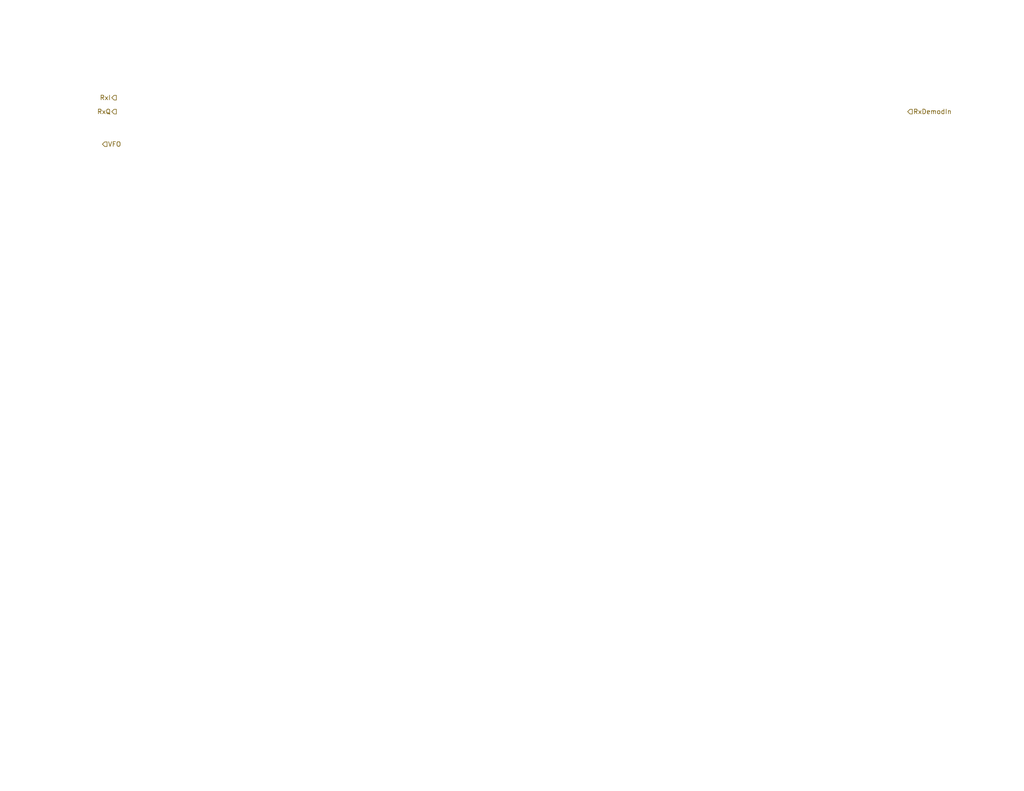
<source format=kicad_sch>
(kicad_sch
	(version 20250114)
	(generator "eeschema")
	(generator_version "9.0")
	(uuid "317bde02-c6be-4696-a418-8d1fe147e868")
	(paper "A")
	(title_block
		(date "2025-03-23")
		(company "SoftShack")
		(comment 1 "Alan Mimms")
		(comment 2 "WB7NAB")
	)
	(lib_symbols)
	(hierarchical_label "RxDemodIn"
		(shape input)
		(at 247.65 30.48 0)
		(effects
			(font
				(size 1.27 1.27)
			)
			(justify left)
		)
		(uuid "09962bcb-49bd-46f1-ac9e-bcf02e71796f")
	)
	(hierarchical_label "VFO"
		(shape input)
		(at 27.94 39.37 0)
		(effects
			(font
				(size 1.27 1.27)
			)
			(justify left)
		)
		(uuid "1ebb4ad4-f41d-4df8-b764-a7a4a392e318")
	)
	(hierarchical_label "RxI"
		(shape output)
		(at 31.75 26.67 180)
		(effects
			(font
				(size 1.27 1.27)
			)
			(justify right)
		)
		(uuid "409ec58e-b40f-42ce-829f-801adee3fb25")
	)
	(hierarchical_label "RxQ"
		(shape output)
		(at 31.75 30.48 180)
		(effects
			(font
				(size 1.27 1.27)
			)
			(justify right)
		)
		(uuid "c4a3a699-8014-4e4b-8a5f-d7076aaae1c0")
	)
)

</source>
